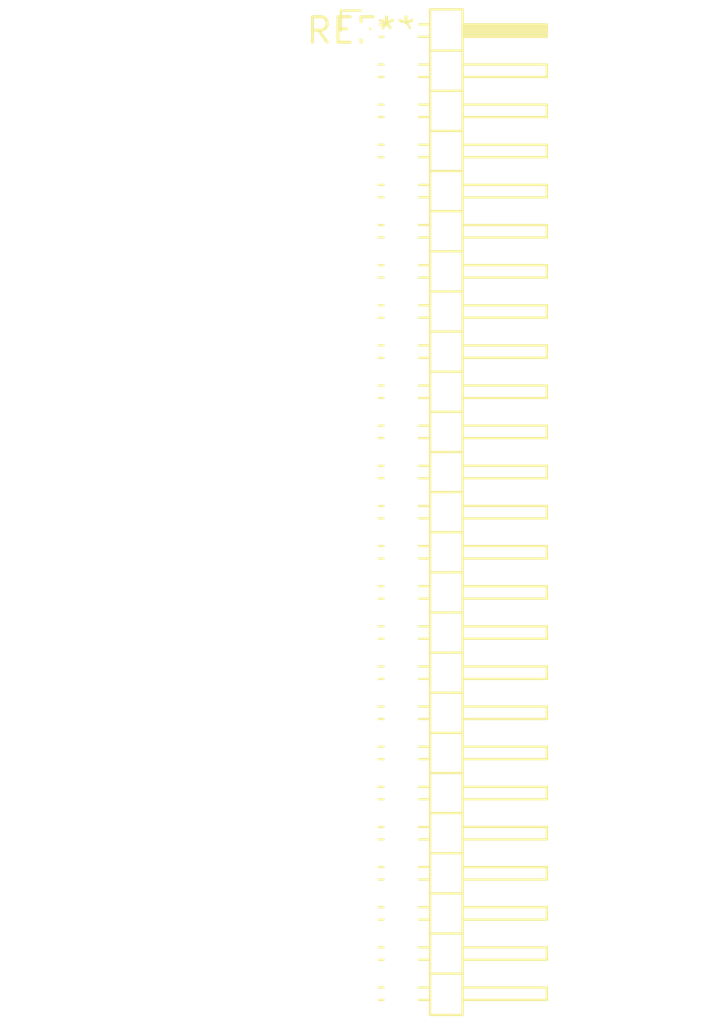
<source format=kicad_pcb>
(kicad_pcb (version 20240108) (generator pcbnew)
  (layers (0 "F.Cu" signal) (31 "B.Cu" signal) (34 "B.Paste" user) (35 "F.Paste" user) (36 "B.SilkS" user "B.Silkscreen") (37 "F.SilkS" user "F.Silkscreen") (38 "B.Mask" user) (39 "F.Mask" user) (44 "Edge.Cuts" user))
  (net 0 "")
  (footprint "PinHeader_2x25_P2.00mm_Horizontal" (layer "F.Cu") (at 0 0)
    (property "Reference" "REF**")
    (property "Value" "PinHeader_2x25_P2.00mm_Horizontal")
    (fp_line (start -1 -1) (end 0 -1) (layer "F.SilkS") (stroke (width 0.12)))
    (fp_line (start -1 0) (end -1 -1) (layer "F.SilkS") (stroke (width 0.12)))
    (fp_line (start 0.882114 1.69) (end 1.117886 1.69) (layer "F.SilkS") (stroke (width 0.12)))
    (fp_line (start 0.882114 2.31) (end 1.117886 2.31) (layer "F.SilkS") (stroke (width 0.12)))
    (fp_line (start 0.882114 3.69) (end 1.117886 3.69) (layer "F.SilkS") (stroke (width 0.12)))
    (fp_line (start 0.882114 4.31) (end 1.117886 4.31) (layer "F.SilkS") (stroke (width 0.12)))
    (fp_line (start 0.882114 5.69) (end 1.117886 5.69) (layer "F.SilkS") (stroke (width 0.12)))
    (fp_line (start 0.882114 6.31) (end 1.117886 6.31) (layer "F.SilkS") (stroke (width 0.12)))
    (fp_line (start 0.882114 7.69) (end 1.117886 7.69) (layer "F.SilkS") (stroke (width 0.12)))
    (fp_line (start 0.882114 8.31) (end 1.117886 8.31) (layer "F.SilkS") (stroke (width 0.12)))
    (fp_line (start 0.882114 9.69) (end 1.117886 9.69) (layer "F.SilkS") (stroke (width 0.12)))
    (fp_line (start 0.882114 10.31) (end 1.117886 10.31) (layer "F.SilkS") (stroke (width 0.12)))
    (fp_line (start 0.882114 11.69) (end 1.117886 11.69) (layer "F.SilkS") (stroke (width 0.12)))
    (fp_line (start 0.882114 12.31) (end 1.117886 12.31) (layer "F.SilkS") (stroke (width 0.12)))
    (fp_line (start 0.882114 13.69) (end 1.117886 13.69) (layer "F.SilkS") (stroke (width 0.12)))
    (fp_line (start 0.882114 14.31) (end 1.117886 14.31) (layer "F.SilkS") (stroke (width 0.12)))
    (fp_line (start 0.882114 15.69) (end 1.117886 15.69) (layer "F.SilkS") (stroke (width 0.12)))
    (fp_line (start 0.882114 16.31) (end 1.117886 16.31) (layer "F.SilkS") (stroke (width 0.12)))
    (fp_line (start 0.882114 17.69) (end 1.117886 17.69) (layer "F.SilkS") (stroke (width 0.12)))
    (fp_line (start 0.882114 18.31) (end 1.117886 18.31) (layer "F.SilkS") (stroke (width 0.12)))
    (fp_line (start 0.882114 19.69) (end 1.117886 19.69) (layer "F.SilkS") (stroke (width 0.12)))
    (fp_line (start 0.882114 20.31) (end 1.117886 20.31) (layer "F.SilkS") (stroke (width 0.12)))
    (fp_line (start 0.882114 21.69) (end 1.117886 21.69) (layer "F.SilkS") (stroke (width 0.12)))
    (fp_line (start 0.882114 22.31) (end 1.117886 22.31) (layer "F.SilkS") (stroke (width 0.12)))
    (fp_line (start 0.882114 23.69) (end 1.117886 23.69) (layer "F.SilkS") (stroke (width 0.12)))
    (fp_line (start 0.882114 24.31) (end 1.117886 24.31) (layer "F.SilkS") (stroke (width 0.12)))
    (fp_line (start 0.882114 25.69) (end 1.117886 25.69) (layer "F.SilkS") (stroke (width 0.12)))
    (fp_line (start 0.882114 26.31) (end 1.117886 26.31) (layer "F.SilkS") (stroke (width 0.12)))
    (fp_line (start 0.882114 27.69) (end 1.117886 27.69) (layer "F.SilkS") (stroke (width 0.12)))
    (fp_line (start 0.882114 28.31) (end 1.117886 28.31) (layer "F.SilkS") (stroke (width 0.12)))
    (fp_line (start 0.882114 29.69) (end 1.117886 29.69) (layer "F.SilkS") (stroke (width 0.12)))
    (fp_line (start 0.882114 30.31) (end 1.117886 30.31) (layer "F.SilkS") (stroke (width 0.12)))
    (fp_line (start 0.882114 31.69) (end 1.117886 31.69) (layer "F.SilkS") (stroke (width 0.12)))
    (fp_line (start 0.882114 32.31) (end 1.117886 32.31) (layer "F.SilkS") (stroke (width 0.12)))
    (fp_line (start 0.882114 33.69) (end 1.117886 33.69) (layer "F.SilkS") (stroke (width 0.12)))
    (fp_line (start 0.882114 34.31) (end 1.117886 34.31) (layer "F.SilkS") (stroke (width 0.12)))
    (fp_line (start 0.882114 35.69) (end 1.117886 35.69) (layer "F.SilkS") (stroke (width 0.12)))
    (fp_line (start 0.882114 36.31) (end 1.117886 36.31) (layer "F.SilkS") (stroke (width 0.12)))
    (fp_line (start 0.882114 37.69) (end 1.117886 37.69) (layer "F.SilkS") (stroke (width 0.12)))
    (fp_line (start 0.882114 38.31) (end 1.117886 38.31) (layer "F.SilkS") (stroke (width 0.12)))
    (fp_line (start 0.882114 39.69) (end 1.117886 39.69) (layer "F.SilkS") (stroke (width 0.12)))
    (fp_line (start 0.882114 40.31) (end 1.117886 40.31) (layer "F.SilkS") (stroke (width 0.12)))
    (fp_line (start 0.882114 41.69) (end 1.117886 41.69) (layer "F.SilkS") (stroke (width 0.12)))
    (fp_line (start 0.882114 42.31) (end 1.117886 42.31) (layer "F.SilkS") (stroke (width 0.12)))
    (fp_line (start 0.882114 43.69) (end 1.117886 43.69) (layer "F.SilkS") (stroke (width 0.12)))
    (fp_line (start 0.882114 44.31) (end 1.117886 44.31) (layer "F.SilkS") (stroke (width 0.12)))
    (fp_line (start 0.882114 45.69) (end 1.117886 45.69) (layer "F.SilkS") (stroke (width 0.12)))
    (fp_line (start 0.882114 46.31) (end 1.117886 46.31) (layer "F.SilkS") (stroke (width 0.12)))
    (fp_line (start 0.882114 47.69) (end 1.117886 47.69) (layer "F.SilkS") (stroke (width 0.12)))
    (fp_line (start 0.882114 48.31) (end 1.117886 48.31) (layer "F.SilkS") (stroke (width 0.12)))
    (fp_line (start 0.935 -0.31) (end 1.117886 -0.31) (layer "F.SilkS") (stroke (width 0.12)))
    (fp_line (start 0.935 0.31) (end 1.117886 0.31) (layer "F.SilkS") (stroke (width 0.12)))
    (fp_line (start 2.882114 -0.31) (end 3.44 -0.31) (layer "F.SilkS") (stroke (width 0.12)))
    (fp_line (start 2.882114 0.31) (end 3.44 0.31) (layer "F.SilkS") (stroke (width 0.12)))
    (fp_line (start 2.882114 1.69) (end 3.44 1.69) (layer "F.SilkS") (stroke (width 0.12)))
    (fp_line (start 2.882114 2.31) (end 3.44 2.31) (layer "F.SilkS") (stroke (width 0.12)))
    (fp_line (start 2.882114 3.69) (end 3.44 3.69) (layer "F.SilkS") (stroke (width 0.12)))
    (fp_line (start 2.882114 4.31) (end 3.44 4.31) (layer "F.SilkS") (stroke (width 0.12)))
    (fp_line (start 2.882114 5.69) (end 3.44 5.69) (layer "F.SilkS") (stroke (width 0.12)))
    (fp_line (start 2.882114 6.31) (end 3.44 6.31) (layer "F.SilkS") (stroke (width 0.12)))
    (fp_line (start 2.882114 7.69) (end 3.44 7.69) (layer "F.SilkS") (stroke (width 0.12)))
    (fp_line (start 2.882114 8.31) (end 3.44 8.31) (layer "F.SilkS") (stroke (width 0.12)))
    (fp_line (start 2.882114 9.69) (end 3.44 9.69) (layer "F.SilkS") (stroke (width 0.12)))
    (fp_line (start 2.882114 10.31) (end 3.44 10.31) (layer "F.SilkS") (stroke (width 0.12)))
    (fp_line (start 2.882114 11.69) (end 3.44 11.69) (layer "F.SilkS") (stroke (width 0.12)))
    (fp_line (start 2.882114 12.31) (end 3.44 12.31) (layer "F.SilkS") (stroke (width 0.12)))
    (fp_line (start 2.882114 13.69) (end 3.44 13.69) (layer "F.SilkS") (stroke (width 0.12)))
    (fp_line (start 2.882114 14.31) (end 3.44 14.31) (layer "F.SilkS") (stroke (width 0.12)))
    (fp_line (start 2.882114 15.69) (end 3.44 15.69) (layer "F.SilkS") (stroke (width 0.12)))
    (fp_line (start 2.882114 16.31) (end 3.44 16.31) (layer "F.SilkS") (stroke (width 0.12)))
    (fp_line (start 2.882114 17.69) (end 3.44 17.69) (layer "F.SilkS") (stroke (width 0.12)))
    (fp_line (start 2.882114 18.31) (end 3.44 18.31) (layer "F.SilkS") (stroke (width 0.12)))
    (fp_line (start 2.882114 19.69) (end 3.44 19.69) (layer "F.SilkS") (stroke (width 0.12)))
    (fp_line (start 2.882114 20.31) (end 3.44 20.31) (layer "F.SilkS") (stroke (width 0.12)))
    (fp_line (start 2.882114 21.69) (end 3.44 21.69) (layer "F.SilkS") (stroke (width 0.12)))
    (fp_line (start 2.882114 22.31) (end 3.44 22.31) (layer "F.SilkS") (stroke (width 0.12)))
    (fp_line (start 2.882114 23.69) (end 3.44 23.69) (layer "F.SilkS") (stroke (width 0.12)))
    (fp_line (start 2.882114 24.31) (end 3.44 24.31) (layer "F.SilkS") (stroke (width 0.12)))
    (fp_line (start 2.882114 25.69) (end 3.44 25.69) (layer "F.SilkS") (stroke (width 0.12)))
    (fp_line (start 2.882114 26.31) (end 3.44 26.31) (layer "F.SilkS") (stroke (width 0.12)))
    (fp_line (start 2.882114 27.69) (end 3.44 27.69) (layer "F.SilkS") (stroke (width 0.12)))
    (fp_line (start 2.882114 28.31) (end 3.44 28.31) (layer "F.SilkS") (stroke (width 0.12)))
    (fp_line (start 2.882114 29.69) (end 3.44 29.69) (layer "F.SilkS") (stroke (width 0.12)))
    (fp_line (start 2.882114 30.31) (end 3.44 30.31) (layer "F.SilkS") (stroke (width 0.12)))
    (fp_line (start 2.882114 31.69) (end 3.44 31.69) (layer "F.SilkS") (stroke (width 0.12)))
    (fp_line (start 2.882114 32.31) (end 3.44 32.31) (layer "F.SilkS") (stroke (width 0.12)))
    (fp_line (start 2.882114 33.69) (end 3.44 33.69) (layer "F.SilkS") (stroke (width 0.12)))
    (fp_line (start 2.882114 34.31) (end 3.44 34.31) (layer "F.SilkS") (stroke (width 0.12)))
    (fp_line (start 2.882114 35.69) (end 3.44 35.69) (layer "F.SilkS") (stroke (width 0.12)))
    (fp_line (start 2.882114 36.31) (end 3.44 36.31) (layer "F.SilkS") (stroke (width 0.12)))
    (fp_line (start 2.882114 37.69) (end 3.44 37.69) (layer "F.SilkS") (stroke (width 0.12)))
    (fp_line (start 2.882114 38.31) (end 3.44 38.31) (layer "F.SilkS") (stroke (width 0.12)))
    (fp_line (start 2.882114 39.69) (end 3.44 39.69) (layer "F.SilkS") (stroke (width 0.12)))
    (fp_line (start 2.882114 40.31) (end 3.44 40.31) (layer "F.SilkS") (stroke (width 0.12)))
    (fp_line (start 2.882114 41.69) (end 3.44 41.69) (layer "F.SilkS") (stroke (width 0.12)))
    (fp_line (start 2.882114 42.31) (end 3.44 42.31) (layer "F.SilkS") (stroke (width 0.12)))
    (fp_line (start 2.882114 43.69) (end 3.44 43.69) (layer "F.SilkS") (stroke (width 0.12)))
    (fp_line (start 2.882114 44.31) (end 3.44 44.31) (layer "F.SilkS") (stroke (width 0.12)))
    (fp_line (start 2.882114 45.69) (end 3.44 45.69) (layer "F.SilkS") (stroke (width 0.12)))
    (fp_line (start 2.882114 46.31) (end 3.44 46.31) (layer "F.SilkS") (stroke (width 0.12)))
    (fp_line (start 2.882114 47.69) (end 3.44 47.69) (layer "F.SilkS") (stroke (width 0.12)))
    (fp_line (start 2.882114 48.31) (end 3.44 48.31) (layer "F.SilkS") (stroke (width 0.12)))
    (fp_line (start 3.44 -1.06) (end 3.44 49.06) (layer "F.SilkS") (stroke (width 0.12)))
    (fp_line (start 3.44 1) (end 5.06 1) (layer "F.SilkS") (stroke (width 0.12)))
    (fp_line (start 3.44 3) (end 5.06 3) (layer "F.SilkS") (stroke (width 0.12)))
    (fp_line (start 3.44 5) (end 5.06 5) (layer "F.SilkS") (stroke (width 0.12)))
    (fp_line (start 3.44 7) (end 5.06 7) (layer "F.SilkS") (stroke (width 0.12)))
    (fp_line (start 3.44 9) (end 5.06 9) (layer "F.SilkS") (stroke (width 0.12)))
    (fp_line (start 3.44 11) (end 5.06 11) (layer "F.SilkS") (stroke (width 0.12)))
    (fp_line (start 3.44 13) (end 5.06 13) (layer "F.SilkS") (stroke (width 0.12)))
    (fp_line (start 3.44 15) (end 5.06 15) (layer "F.SilkS") (stroke (width 0.12)))
    (fp_line (start 3.44 17) (end 5.06 17) (layer "F.SilkS") (stroke (width 0.12)))
    (fp_line (start 3.44 19) (end 5.06 19) (layer "F.SilkS") (stroke (width 0.12)))
    (fp_line (start 3.44 21) (end 5.06 21) (layer "F.SilkS") (stroke (width 0.12)))
    (fp_line (start 3.44 23) (end 5.06 23) (layer "F.SilkS") (stroke (width 0.12)))
    (fp_line (start 3.44 25) (end 5.06 25) (layer "F.SilkS") (stroke (width 0.12)))
    (fp_line (start 3.44 27) (end 5.06 27) (layer "F.SilkS") (stroke (width 0.12)))
    (fp_line (start 3.44 29) (end 5.06 29) (layer "F.SilkS") (stroke (width 0.12)))
    (fp_line (start 3.44 31) (end 5.06 31) (layer "F.SilkS") (stroke (width 0.12)))
    (fp_line (start 3.44 33) (end 5.06 33) (layer "F.SilkS") (stroke (width 0.12)))
    (fp_line (start 3.44 35) (end 5.06 35) (layer "F.SilkS") (stroke (width 0.12)))
    (fp_line (start 3.44 37) (end 5.06 37) (layer "F.SilkS") (stroke (width 0.12)))
    (fp_line (start 3.44 39) (end 5.06 39) (layer "F.SilkS") (stroke (width 0.12)))
    (fp_line (start 3.44 41) (end 5.06 41) (layer "F.SilkS") (stroke (width 0.12)))
    (fp_line (start 3.44 43) (end 5.06 43) (layer "F.SilkS") (stroke (width 0.12)))
    (fp_line (start 3.44 45) (end 5.06 45) (layer "F.SilkS") (stroke (width 0.12)))
    (fp_line (start 3.44 47) (end 5.06 47) (layer "F.SilkS") (stroke (width 0.12)))
    (fp_line (start 3.44 49.06) (end 5.06 49.06) (layer "F.SilkS") (stroke (width 0.12)))
    (fp_line (start 5.06 -1.06) (end 3.44 -1.06) (layer "F.SilkS") (stroke (width 0.12)))
    (fp_line (start 5.06 -0.31) (end 9.26 -0.31) (layer "F.SilkS") (stroke (width 0.12)))
    (fp_line (start 5.06 -0.25) (end 9.26 -0.25) (layer "F.SilkS") (stroke (width 0.12)))
    (fp_line (start 5.06 -0.13) (end 9.26 -0.13) (layer "F.SilkS") (stroke (width 0.12)))
    (fp_line (start 5.06 -0.01) (end 9.26 -0.01) (layer "F.SilkS") (stroke (width 0.12)))
    (fp_line (start 5.06 0.11) (end 9.26 0.11) (layer "F.SilkS") (stroke (width 0.12)))
    (fp_line (start 5.06 0.23) (end 9.26 0.23) (layer "F.SilkS") (stroke (width 0.12)))
    (fp_line (start 5.06 1.69) (end 9.26 1.69) (layer "F.SilkS") (stroke (width 0.12)))
    (fp_line (start 5.06 3.69) (end 9.26 3.69) (layer "F.SilkS") (stroke (width 0.12)))
    (fp_line (start 5.06 5.69) (end 9.26 5.69) (layer "F.SilkS") (stroke (width 0.12)))
    (fp_line (start 5.06 7.69) (end 9.26 7.69) (layer "F.SilkS") (stroke (width 0.12)))
    (fp_line (start 5.06 9.69) (end 9.26 9.69) (layer "F.SilkS") (stroke (width 0.12)))
    (fp_line (start 5.06 11.69) (end 9.26 11.69) (layer "F.SilkS") (stroke (width 0.12)))
    (fp_line (start 5.06 13.69) (end 9.26 13.69) (layer "F.SilkS") (stroke (width 0.12)))
    (fp_line (start 5.06 15.69) (end 9.26 15.69) (layer "F.SilkS") (stroke (width 0.12)))
    (fp_line (start 5.06 17.69) (end 9.26 17.69) (layer "F.SilkS") (stroke (width 0.12)))
    (fp_line (start 5.06 19.69) (end 9.26 19.69) (layer "F.SilkS") (stroke (width 0.12)))
    (fp_line (start 5.06 21.69) (end 9.26 21.69) (layer "F.SilkS") (stroke (width 0.12)))
    (fp_line (start 5.06 23.69) (end 9.26 23.69) (layer "F.SilkS") (stroke (width 0.12)))
    (fp_line (start 5.06 25.69) (end 9.26 25.69) (layer "F.SilkS") (stroke (width 0.12)))
    (fp_line (start 5.06 27.69) (end 9.26 27.69) (layer "F.SilkS") (stroke (width 0.12)))
    (fp_line (start 5.06 29.69) (end 9.26 29.69) (layer "F.SilkS") (stroke (width 0.12)))
    (fp_line (start 5.06 31.69) (end 9.26 31.69) (layer "F.SilkS") (stroke (width 0.12)))
    (fp_line (start 5.06 33.69) (end 9.26 33.69) (layer "F.SilkS") (stroke (width 0.12)))
    (fp_line (start 5.06 35.69) (end 9.26 35.69) (layer "F.SilkS") (stroke (width 0.12)))
    (fp_line (start 5.06 37.69) (end 9.26 37.69) (layer "F.SilkS") (stroke (width 0.12)))
    (fp_line (start 5.06 39.69) (end 9.26 39.69) (layer "F.SilkS") (stroke (width 0.12)))
    (fp_line (start 5.06 41.69) (end 9.26 41.69) (layer "F.SilkS") (stroke (width 0.12)))
    (fp_line (start 5.06 43.69) (end 9.26 43.69) (layer "F.SilkS") (stroke (width 0.12)))
    (fp_line (start 5.06 45.69) (end 9.26 45.69) (layer "F.SilkS") (stroke (width 0.12)))
    (fp_line (start 5.06 47.69) (end 9.26 47.69) (layer "F.SilkS") (stroke (width 0.12)))
    (fp_line (start 5.06 49.06) (end 5.06 -1.06) (layer "F.SilkS") (stroke (width 0.12)))
    (fp_line (start 9.26 -0.31) (end 9.26 0.31) (layer "F.SilkS") (stroke (width 0.12)))
    (fp_line (start 9.26 0.31) (end 5.06 0.31) (layer "F.SilkS") (stroke (width 0.12)))
    (fp_line (start 9.26 1.69) (end 9.26 2.31) (layer "F.SilkS") (stroke (width 0.12)))
    (fp_line (start 9.26 2.31) (end 5.06 2.31) (layer "F.SilkS") (stroke (width 0.12)))
    (fp_line (start 9.26 3.69) (end 9.26 4.31) (layer "F.SilkS") (stroke (width 0.12)))
    (fp_line (start 9.26 4.31) (end 5.06 4.31) (layer "F.SilkS") (stroke (width 0.12)))
    (fp_line (start 9.26 5.69) (end 9.26 6.31) (layer "F.SilkS") (stroke (width 0.12)))
    (fp_line (start 9.26 6.31) (end 5.06 6.31) (layer "F.SilkS") (stroke (width 0.12)))
    (fp_line (start 9.26 7.69) (end 9.26 8.31) (layer "F.SilkS") (stroke (width 0.12)))
    (fp_line (start 9.26 8.31) (end 5.06 8.31) (layer "F.SilkS") (stroke (width 0.12)))
    (fp_line (start 9.26 9.69) (end 9.26 10.31) (layer "F.SilkS") (stroke (width 0.12)))
    (fp_line (start 9.26 10.31) (end 5.06 10.31) (layer "F.SilkS") (stroke (width 0.12)))
    (fp_line (start 9.26 11.69) (end 9.26 12.31) (layer "F.SilkS") (stroke (width 0.12)))
    (fp_line (start 9.26 12.31) (end 5.06 12.31) (layer "F.SilkS") (stroke (width 0.12)))
    (fp_line (start 9.26 13.69) (end 9.26 14.31) (layer "F.SilkS") (stroke (width 0.12)))
    (fp_line (start 9.26 14.31) (end 5.06 14.31) (layer "F.SilkS") (stroke (width 0.12)))
    (fp_line (start 9.26 15.69) (end 9.26 16.31) (layer "F.SilkS") (stroke (width 0.12)))
    (fp_line (start 9.26 16.31) (end 5.06 16.31) (layer "F.SilkS") (stroke (width 0.12)))
    (fp_line (start 9.26 17.69) (end 9.26 18.31) (layer "F.SilkS") (stroke (width 0.12)))
    (fp_line (start 9.26 18.31) (end 5.06 18.31) (layer "F.SilkS") (stroke (width 0.12)))
    (fp_line (start 9.26 19.69) (end 9.26 20.31) (layer "F.SilkS") (stroke (width 0.12)))
    (fp_line (start 9.26 20.31) (end 5.06 20.31) (layer "F.SilkS") (stroke (width 0.12)))
    (fp_line (start 9.26 21.69) (end 9.26 22.31) (layer "F.SilkS") (stroke (width 0.12)))
    (fp_line (start 9.26 22.31) (end 5.06 22.31) (layer "F.SilkS") (stroke (width 0.12)))
    (fp_line (start 9.26 23.69) (end 9.26 24.31) (layer "F.SilkS") (stroke (width 0.12)))
    (fp_line (start 9.26 24.31) (end 5.06 24.31) (layer "F.SilkS") (stroke (width 0.12)))
    (fp_line (start 9.26 25.69) (end 9.26 26.31) (layer "F.SilkS") (stroke (width 0.12)))
    (fp_line (start 9.26 26.31) (end 5.06 26.31) (layer "F.SilkS") (stroke (width 0.12)))
    (fp_line (start 9.26 27.69) (end 9.26 28.31) (layer "F.SilkS") (stroke (width 0.12)))
    (fp_line (start 9.26 28.31) (end 5.06 28.31) (layer "F.SilkS") (stroke (width 0.12)))
    (fp_line (start 9.26 29.69) (end 9.26 30.31) (layer "F.SilkS") (stroke (width 0.12)))
    (fp_line (start 9.26 30.31) (end 5.06 30.31) (layer "F.SilkS") (stroke (width 0.12)))
    (fp_line (start 9.26 31.69) (end 9.26 32.31) (layer "F.SilkS") (stroke (width 0.12)))
    (fp_line (start 9.26 32.31) (end 5.06 32.31) (layer "F.SilkS") (stroke (width 0.12)))
    (fp_line (start 9.26 33.69) (end 9.26 34.31) (layer "F.SilkS") (stroke (width 0.12)))
    (fp_line (start 9.26 34.31) (end 5.06 34.31) (layer "F.SilkS") (stroke (width 0.12)))
    (fp_line (start 9.26 35.69) (end 9.26 36.31) (layer "F.SilkS") (stroke (width 0.12)))
    (fp_line (start 9.26 36.31) (end 5.06 36.31) (layer "F.SilkS") (stroke (width 0.12)))
    (fp_line (start 9.26 37.69) (end 9.26 38.31) (layer "F.SilkS") (stroke (width 0.12)))
    (fp_line (start 9.26 38.31) (end 5.06 38.31) (layer "F.SilkS") (stroke (width 0.12)))
    (fp_line (start 9.26 39.69) (end 9.26 40.31) (layer "F.SilkS") (stroke (width 0.12)))
    (fp_line (start 9.26 40.31) (end 5.06 40.31) (layer "F.SilkS") (stroke (width 0.12)))
    (fp_line (start 9.26 41.69) (end 9.26 42.31) (layer "F.SilkS") (stroke (width 0.12)))
    (fp_line (start 9.26 42.31) (end 5.06 42.31) (layer "F.SilkS") (stroke (width 0.12)))
    (fp_line (start 9.26 43.69) (end 9.26 44.31) (layer "F.SilkS") (stroke (width 0.12)))
    (fp_line (start 9.26 44.31) (end 5.06 44.31) (layer "F.SilkS") (stroke (width 0.12)))
    (fp_line (start 9.26 45.69) (end 9.26 46.31) (layer "F.SilkS") (stroke (width 0.12)))
    (fp_line (start 9.26 46.31) (end 5.06 46.31) (layer "F.SilkS") (stroke (width 0.12)))
    (fp_line (start 9.26 47.69) (end 9.26 48.31) (layer "F.SilkS") (stroke (width 0.12)))
    (fp_line (start 9.26 48.31) (end 5.06 48.31) (layer "F.SilkS") (stroke (width 0.12)))
    (pad "1" thru_hole rect (at 0 0) (size 1.35 1.35) (drill 0.8) (layers *.Cu *.Mask) (remove_unused_layers))
    (pad "2" thru_hole oval (at 2 0) (size 1.35 1.35) (drill 0.8) (layers *.Cu *.Mask) (remove_unused_layers))
    (pad "3" thru_hole oval (at 0 2) (size 1.35 1.35) (drill 0.8) (layers *.Cu *.Mask) (remove_unused_layers))
    (pad "4" thru_hole oval (at 2 2) (size 1.35 1.35) (drill 0.8) (layers *.Cu *.Mask) (remove_unused_layers))
    (pad "5" thru_hole oval (at 0 4) (size 1.35 1.35) (drill 0.8) (layers *.Cu *.Mask) (remove_unused_layers))
    (pad "6" thru_hole oval (at 2 4) (size 1.35 1.35) (drill 0.8) (layers *.Cu *.Mask) (remove_unused_layers))
    (pad "7" thru_hole oval (at 0 6) (size 1.35 1.35) (drill 0.8) (layers *.Cu *.Mask) (remove_unused_layers))
    (pad "8" thru_hole oval (at 2 6) (size 1.35 1.35) (drill 0.8) (layers *.Cu *.Mask) (remove_unused_layers))
    (pad "9" thru_hole oval (at 0 8) (size 1.35 1.35) (drill 0.8) (layers *.Cu *.Mask) (remove_unused_layers))
    (pad "10" thru_hole oval (at 2 8) (size 1.35 1.35) (drill 0.8) (layers *.Cu *.Mask) (remove_unused_layers))
    (pad "11" thru_hole oval (at 0 10) (size 1.35 1.35) (drill 0.8) (layers *.Cu *.Mask) (remove_unused_layers))
    (pad "12" thru_hole oval (at 2 10) (size 1.35 1.35) (drill 0.8) (layers *.Cu *.Mask) (remove_unused_layers))
    (pad "13" thru_hole oval (at 0 12) (size 1.35 1.35) (drill 0.8) (layers *.Cu *.Mask) (remove_unused_layers))
    (pad "14" thru_hole oval (at 2 12) (size 1.35 1.35) (drill 0.8) (layers *.Cu *.Mask) (remove_unused_layers))
    (pad "15" thru_hole oval (at 0 14) (size 1.35 1.35) (drill 0.8) (layers *.Cu *.Mask) (remove_unused_layers))
    (pad "16" thru_hole oval (at 2 14) (size 1.35 1.35) (drill 0.8) (layers *.Cu *.Mask) (remove_unused_layers))
    (pad "17" thru_hole oval (at 0 16) (size 1.35 1.35) (drill 0.8) (layers *.Cu *.Mask) (remove_unused_layers))
    (pad "18" thru_hole oval (at 2 16) (size 1.35 1.35) (drill 0.8) (layers *.Cu *.Mask) (remove_unused_layers))
    (pad "19" thru_hole oval (at 0 18) (size 1.35 1.35) (drill 0.8) (layers *.Cu *.Mask) (remove_unused_layers))
    (pad "20" thru_hole oval (at 2 18) (size 1.35 1.35) (drill 0.8) (layers *.Cu *.Mask) (remove_unused_layers))
    (pad "21" thru_hole oval (at 0 20) (size 1.35 1.35) (drill 0.8) (layers *.Cu *.Mask) (remove_unused_layers))
    (pad "22" thru_hole oval (at 2 20) (size 1.35 1.35) (drill 0.8) (layers *.Cu *.Mask) (remove_unused_layers))
    (pad "23" thru_hole oval (at 0 22) (size 1.35 1.35) (drill 0.8) (layers *.Cu *.Mask) (remove_unused_layers))
    (pad "24" thru_hole oval (at 2 22) (size 1.35 1.35) (drill 0.8) (layers *.Cu *.Mask) (remove_unused_layers))
    (pad "25" thru_hole oval (at 0 24) (size 1.35 1.35) (drill 0.8) (layers *.Cu *.Mask) (remove_unused_layers))
    (pad "26" thru_hole oval (at 2 24) (size 1.35 1.35) (drill 0.8) (layers *.Cu *.Mask) (remove_unused_layers))
    (pad "27" thru_hole oval (at 0 26) (size 1.35 1.35) (drill 0.8) (layers *.Cu *.Mask) (remove_unused_layers))
    (pad "28" thru_hole oval (at 2 26) (size 1.35 1.35) (drill 0.8) (layers *.Cu *.Mask) (remove_unused_layers))
    (pad "29" thru_hole oval (at 0 28) (size 1.35 1.35) (drill 0.8) (layers *.Cu *.Mask) (remove_unused_layers))
    (pad "30" thru_hole oval (at 2 28) (size 1.35 1.35) (drill 0.8) (layers *.Cu *.Mask) (remove_unused_layers))
    (pad "31" thru_hole oval (at 0 30) (size 1.35 1.35) (drill 0.8) (layers *.Cu *.Mask) (remove_unused_layers))
    (pad "32" thru_hole oval (at 2 30) (size 1.35 1.35) (drill 0.8) (layers *.Cu *.Mask) (remove_unused_layers))
    (pad "33" thru_hole oval (at 0 32) (size 1.35 1.35) (drill 0.8) (layers *.Cu *.Mask) (remove_unused_layers))
    (pad "34" thru_hole oval (at 2 32) (size 1.35 1.35) (drill 0.8) (layers *.Cu *.Mask) (remove_unused_layers))
    (pad "35" thru_hole oval (at 0 34) (size 1.35 1.35) (drill 0.8) (layers *.Cu *.Mask) (remove_unused_layers))
    (pad "36" thru_hole oval (at 2 34) (size 1.35 1.35) (drill 0.8) (layers *.Cu *.Mask) (remove_unused_layers))
    (pad "37" thru_hole oval (at 0 36) (size 1.35 1.35) (drill 0.8) (layers *.Cu *.Mask) (remove_unused_layers))
    (pad "38" thru_hole oval (at 2 36) (size 1.35 1.35) (drill 0.8) (layers *.Cu *.Mask) (remove_unused_layers))
    (pad "39" thru_hole oval (at 0 38) (size 1.35 1.35) (drill 0.8) (layers *.Cu *.Mask) (remove_unused_layers))
    (pad "40" thru_hole oval (at 2 38) (size 1.35 1.35) (drill 0.8) (layers *.Cu *.Mask) (remove_unused_layers))
    (pad "41" thru_hole oval (at 0 40) (size 1.35 1.35) (drill 0.8) (layers *.Cu *.Mask) (remove_unused_layers))
    (pad "42" thru_hole oval (at 2 40) (size 1.35 1.35) (drill 0.8) (layers *.Cu *.Mask) (remove_unused_layers))
    (pad "43" thru_hole oval (at 0 42) (size 1.35 1.35) (drill 0.8) (layers *.Cu *.Mask) (remove_unused_layers))
    (pad "44" thru_hole oval (at 2 42) (size 1.35 1.35) (drill 0.8) (layers *.Cu *.Mask) (remove_unused_layers))
    (pad "45" thru_hole oval (at 0 44) (size 1.35 1.35) (drill 0.8) (layers *.Cu *.Mask) (remove_unused_layers))
    (pad "46" thru_hole oval (at 2 44) (size 1.35 1.35) (drill 0.8) (layers *.Cu *.Mask) (remove_unused_layers))
    (pad "47" thru_hole oval (at 0 46) (size 1.35 1.35) (drill 0.8) (layers *.Cu *.Mask) (remove_unused_layers))
    (pad "48" thru_hole oval (at 2 46) (size 1.35 1.35) (drill 0.8) (layers *.Cu *.Mask) (remove_unused_layers))
    (pad "49" thru_hole oval (at 0 48) (size 1.35 1.35) (drill 0.8) (layers *.Cu *.Mask) (remove_unused_layers))
    (pad "50" thru_hole oval (at 2 48) (size 1.35 1.35) (drill 0.8) (layers *.Cu *.Mask) (remove_unused_layers))
  )
)
</source>
